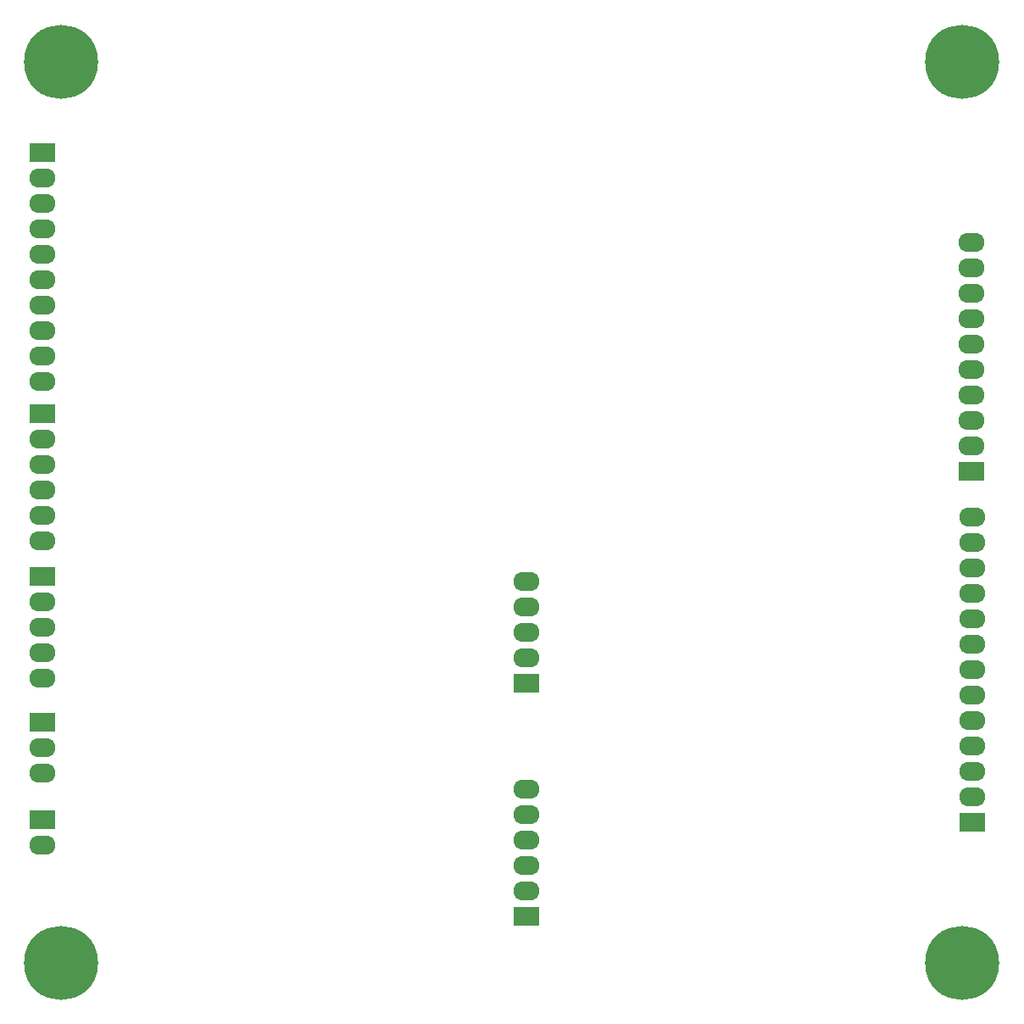
<source format=gbs>
G04 #@! TF.FileFunction,Soldermask,Bot*
%FSLAX46Y46*%
G04 Gerber Fmt 4.6, Leading zero omitted, Abs format (unit mm)*
G04 Created by KiCad (PCBNEW 4.0.7) date 01/05/18 15:35:49*
%MOMM*%
%LPD*%
G01*
G04 APERTURE LIST*
%ADD10C,0.100000*%
%ADD11O,2.597100X1.924000*%
%ADD12R,2.597100X1.924000*%
%ADD13C,7.400000*%
G04 APERTURE END LIST*
D10*
D11*
X92076200Y-77390000D03*
X92076200Y-74850000D03*
X92076200Y-72310000D03*
X92076200Y-67230000D03*
X92076200Y-64690000D03*
X92076200Y-62150000D03*
X92076200Y-79930000D03*
X92076200Y-69770000D03*
D12*
X92076200Y-57070000D03*
D11*
X92076200Y-59610000D03*
X92076200Y-104500000D03*
X92076200Y-109580000D03*
X92076200Y-107040000D03*
D12*
X92076200Y-99420000D03*
D11*
X92076200Y-101960000D03*
X92076200Y-90770000D03*
X92076200Y-88230000D03*
X92076200Y-95850000D03*
X92076200Y-93310000D03*
D12*
X92076200Y-83150000D03*
D11*
X92076200Y-85690000D03*
D12*
X92076200Y-123730000D03*
D11*
X92076200Y-126270000D03*
X184923800Y-68610000D03*
X184923800Y-71150000D03*
X184923800Y-73690000D03*
X184923800Y-78770000D03*
X184923800Y-81310000D03*
X184923800Y-83850000D03*
X184923800Y-66070000D03*
X184923800Y-76230000D03*
D12*
X184923800Y-88930000D03*
D11*
X184923800Y-86390000D03*
X92076200Y-119040000D03*
D12*
X92076200Y-113960000D03*
D11*
X92076200Y-116500000D03*
D13*
X184000000Y-48000000D03*
X94000000Y-138000000D03*
X94000000Y-48000000D03*
X184000000Y-138000000D03*
D11*
X140423800Y-105000000D03*
X140423800Y-99920000D03*
X140423800Y-102460000D03*
D12*
X140423800Y-110080000D03*
D11*
X140423800Y-107540000D03*
X140423800Y-125730000D03*
X140423800Y-128270000D03*
X140423800Y-120650000D03*
X140423800Y-123190000D03*
D12*
X140423800Y-133350000D03*
D11*
X140423800Y-130810000D03*
X185000000Y-96050000D03*
X185000000Y-98590000D03*
X185000000Y-101130000D03*
X185000000Y-103670000D03*
X185000000Y-106210000D03*
X185000000Y-108750000D03*
X185000000Y-113830000D03*
X185000000Y-116370000D03*
X185000000Y-118910000D03*
X185000000Y-93510000D03*
X185000000Y-111290000D03*
D12*
X185000000Y-123990000D03*
D11*
X185000000Y-121450000D03*
M02*

</source>
